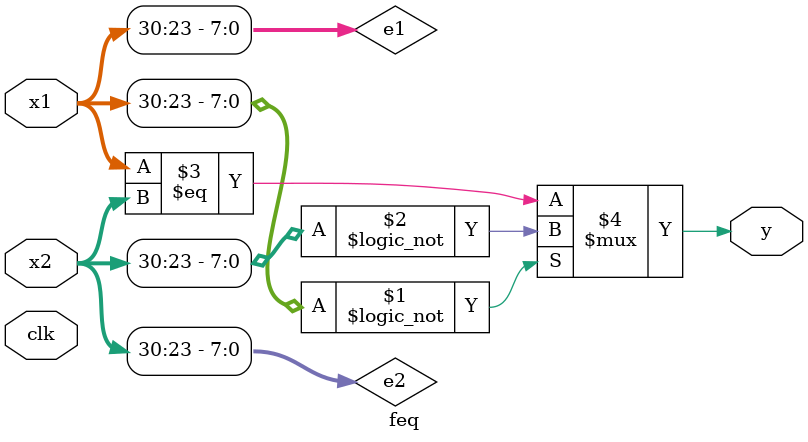
<source format=sv>
module feq (
    input wire [31:0] x1,
    input wire [31:0] x2,
    output wire y,
    input wire clk );

    wire [7:0] e1 = x1[30:23];
    wire [7:0] e2 = x2[30:23];

    assign y = e1 == 8'b0 ? e2 == 8'b0 : x1 == x2;

endmodule

</source>
